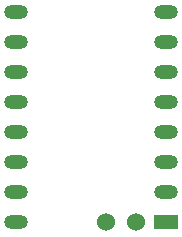
<source format=gbs>
G04 #@! TF.GenerationSoftware,KiCad,Pcbnew,(6.0.0)*
G04 #@! TF.CreationDate,2022-03-05T18:05:18-06:00*
G04 #@! TF.ProjectId,Clearpath MotorDriver Mosfet,436c6561-7270-4617-9468-204d6f746f72,rev?*
G04 #@! TF.SameCoordinates,Original*
G04 #@! TF.FileFunction,Soldermask,Bot*
G04 #@! TF.FilePolarity,Negative*
%FSLAX46Y46*%
G04 Gerber Fmt 4.6, Leading zero omitted, Abs format (unit mm)*
G04 Created by KiCad (PCBNEW (6.0.0)) date 2022-03-05 18:05:18*
%MOMM*%
%LPD*%
G01*
G04 APERTURE LIST*
%ADD10R,2.000000X1.200000*%
%ADD11O,2.000000X1.200000*%
%ADD12C,1.524000*%
G04 APERTURE END LIST*
D10*
X104723000Y-106726000D03*
D11*
X104723000Y-104186000D03*
X104723000Y-101646000D03*
X104723000Y-99106000D03*
X104723000Y-96566000D03*
X104723000Y-94026000D03*
X104723000Y-91486000D03*
X104723000Y-88946000D03*
X92023000Y-88946000D03*
X92023000Y-91486000D03*
X92023000Y-94026000D03*
X92023000Y-96566000D03*
X92023000Y-99106000D03*
X92023000Y-101646000D03*
X92023000Y-104186000D03*
X92023000Y-106726000D03*
D12*
X99643000Y-106726000D03*
X102183000Y-106726000D03*
M02*

</source>
